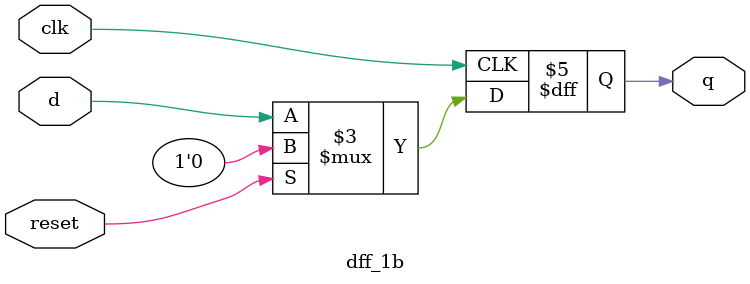
<source format=sv>
module dff_1b (
	input logic clk, reset, d,
	output logic q
);

always_ff @ (posedge clk)
begin
	if (reset)
		q <= 1'b0;
	else
		q <= d;
end
endmodule
</source>
